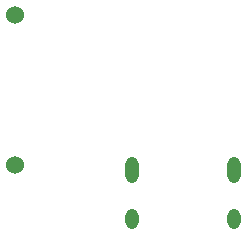
<source format=gbr>
%TF.GenerationSoftware,Altium Limited,Altium Designer,23.6.0 (18)*%
G04 Layer_Color=16711935*
%FSLAX45Y45*%
%MOMM*%
%TF.SameCoordinates,DCE0C1D5-9975-4D98-BEBD-45AE40CD8FD9*%
%TF.FilePolarity,Negative*%
%TF.FileFunction,Soldermask,Bot*%
%TF.Part,Single*%
G01*
G75*
%TA.AperFunction,ComponentPad*%
%ADD37C,1.52400*%
%ADD39O,1.11760X2.20980*%
%ADD41O,1.11760X1.70180*%
D37*
X2847340Y4556760D02*
D03*
Y3286760D02*
D03*
D39*
X3835757Y3243240D02*
D03*
X4699763D02*
D03*
D41*
X4699760Y2825240D02*
D03*
X3835757D02*
D03*
%TF.MD5,421c1c36ca9202376eccad66c23ae00e*%
M02*

</source>
